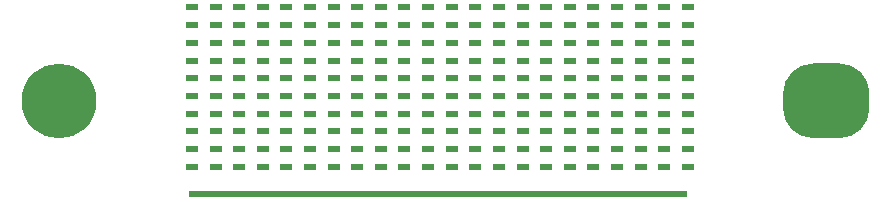
<source format=gbr>
%TF.GenerationSoftware,KiCad,Pcbnew,(5.1.10)-1*%
%TF.CreationDate,2021-05-10T16:51:06-05:00*%
%TF.ProjectId,TFPX_stencil_UNL,54465058-5f73-4746-956e-63696c5f554e,rev?*%
%TF.SameCoordinates,Original*%
%TF.FileFunction,Paste,Top*%
%TF.FilePolarity,Positive*%
%FSLAX46Y46*%
G04 Gerber Fmt 4.6, Leading zero omitted, Abs format (unit mm)*
G04 Created by KiCad (PCBNEW (5.1.10)-1) date 2021-05-10 16:51:06*
%MOMM*%
%LPD*%
G01*
G04 APERTURE LIST*
%ADD10C,6.320000*%
%ADD11R,42.200000X0.500000*%
%ADD12R,1.000000X0.500000*%
G04 APERTURE END LIST*
%TO.C,REF\u002A\u002A*%
G36*
G01*
X161810000Y-87282000D02*
X161810000Y-86018000D01*
G75*
G02*
X164338000Y-83490000I2528000J0D01*
G01*
X166602000Y-83490000D01*
G75*
G02*
X169130000Y-86018000I0J-2528000D01*
G01*
X169130000Y-87282000D01*
G75*
G02*
X166602000Y-89810000I-2528000J0D01*
G01*
X164338000Y-89810000D01*
G75*
G02*
X161810000Y-87282000I0J2528000D01*
G01*
G37*
D10*
X100470000Y-86650000D03*
D11*
X132560000Y-94560000D03*
D12*
X153760000Y-92240000D03*
X151760000Y-92240000D03*
X149760000Y-92240000D03*
X147760000Y-92240000D03*
X145760000Y-92240000D03*
X143760000Y-92240000D03*
X141760000Y-92240000D03*
X139760000Y-92240000D03*
X137760000Y-92240000D03*
X135760000Y-92240000D03*
X133760000Y-92240000D03*
X131760000Y-92240000D03*
X129760000Y-92240000D03*
X127760000Y-92240000D03*
X125760000Y-92240000D03*
X123760000Y-92240000D03*
X121760000Y-92240000D03*
X119760000Y-92240000D03*
X117760000Y-92240000D03*
X115760000Y-92240000D03*
X113760000Y-92240000D03*
X111760000Y-92240000D03*
X153760000Y-90740000D03*
X151760000Y-90740000D03*
X149760000Y-90740000D03*
X147760000Y-90740000D03*
X145760000Y-90740000D03*
X143760000Y-90740000D03*
X141760000Y-90740000D03*
X139760000Y-90740000D03*
X137760000Y-90740000D03*
X135760000Y-90740000D03*
X133760000Y-90740000D03*
X131760000Y-90740000D03*
X129760000Y-90740000D03*
X127760000Y-90740000D03*
X125760000Y-90740000D03*
X123760000Y-90740000D03*
X121760000Y-90740000D03*
X119760000Y-90740000D03*
X117760000Y-90740000D03*
X115760000Y-90740000D03*
X113760000Y-90740000D03*
X111760000Y-90740000D03*
X153760000Y-89240000D03*
X151760000Y-89240000D03*
X149760000Y-89240000D03*
X147760000Y-89240000D03*
X145760000Y-89240000D03*
X143760000Y-89240000D03*
X141760000Y-89240000D03*
X139760000Y-89240000D03*
X137760000Y-89240000D03*
X135760000Y-89240000D03*
X133760000Y-89240000D03*
X131760000Y-89240000D03*
X129760000Y-89240000D03*
X127760000Y-89240000D03*
X125760000Y-89240000D03*
X123760000Y-89240000D03*
X121760000Y-89240000D03*
X119760000Y-89240000D03*
X117760000Y-89240000D03*
X115760000Y-89240000D03*
X113760000Y-89240000D03*
X111760000Y-89240000D03*
X153760000Y-87740000D03*
X151760000Y-87740000D03*
X149760000Y-87740000D03*
X147760000Y-87740000D03*
X145760000Y-87740000D03*
X143760000Y-87740000D03*
X141760000Y-87740000D03*
X139760000Y-87740000D03*
X137760000Y-87740000D03*
X135760000Y-87740000D03*
X133760000Y-87740000D03*
X131760000Y-87740000D03*
X129760000Y-87740000D03*
X127760000Y-87740000D03*
X125760000Y-87740000D03*
X123760000Y-87740000D03*
X121760000Y-87740000D03*
X119760000Y-87740000D03*
X117760000Y-87740000D03*
X115760000Y-87740000D03*
X113760000Y-87740000D03*
X111760000Y-87740000D03*
X153760000Y-86240000D03*
X151760000Y-86240000D03*
X149760000Y-86240000D03*
X147760000Y-86240000D03*
X145760000Y-86240000D03*
X143760000Y-86240000D03*
X141760000Y-86240000D03*
X139760000Y-86240000D03*
X137760000Y-86240000D03*
X135760000Y-86240000D03*
X133760000Y-86240000D03*
X131760000Y-86240000D03*
X129760000Y-86240000D03*
X127760000Y-86240000D03*
X125760000Y-86240000D03*
X123760000Y-86240000D03*
X121760000Y-86240000D03*
X119760000Y-86240000D03*
X117760000Y-86240000D03*
X115760000Y-86240000D03*
X113760000Y-86240000D03*
X111760000Y-86240000D03*
X153760000Y-84740000D03*
X151760000Y-84740000D03*
X149760000Y-84740000D03*
X147760000Y-84740000D03*
X145760000Y-84740000D03*
X143760000Y-84740000D03*
X141760000Y-84740000D03*
X139760000Y-84740000D03*
X137760000Y-84740000D03*
X135760000Y-84740000D03*
X133760000Y-84740000D03*
X131760000Y-84740000D03*
X129760000Y-84740000D03*
X127760000Y-84740000D03*
X125760000Y-84740000D03*
X123760000Y-84740000D03*
X121760000Y-84740000D03*
X119760000Y-84740000D03*
X117760000Y-84740000D03*
X115760000Y-84740000D03*
X113760000Y-84740000D03*
X111760000Y-84740000D03*
X153760000Y-83240000D03*
X151760000Y-83240000D03*
X149760000Y-83240000D03*
X147760000Y-83240000D03*
X145760000Y-83240000D03*
X143760000Y-83240000D03*
X141760000Y-83240000D03*
X139760000Y-83240000D03*
X137760000Y-83240000D03*
X135760000Y-83240000D03*
X133760000Y-83240000D03*
X131760000Y-83240000D03*
X129760000Y-83240000D03*
X127760000Y-83240000D03*
X125760000Y-83240000D03*
X123760000Y-83240000D03*
X121760000Y-83240000D03*
X119760000Y-83240000D03*
X117760000Y-83240000D03*
X115760000Y-83240000D03*
X113760000Y-83240000D03*
X111760000Y-83240000D03*
X153760000Y-81740000D03*
X151760000Y-81740000D03*
X149760000Y-81740000D03*
X147760000Y-81740000D03*
X145760000Y-81740000D03*
X143760000Y-81740000D03*
X141760000Y-81740000D03*
X139760000Y-81740000D03*
X137760000Y-81740000D03*
X135760000Y-81740000D03*
X133760000Y-81740000D03*
X131760000Y-81740000D03*
X129760000Y-81740000D03*
X127760000Y-81740000D03*
X125760000Y-81740000D03*
X123760000Y-81740000D03*
X121760000Y-81740000D03*
X119760000Y-81740000D03*
X117760000Y-81740000D03*
X115760000Y-81740000D03*
X113760000Y-81740000D03*
X111760000Y-81740000D03*
X153760000Y-80240000D03*
X151760000Y-80240000D03*
X149760000Y-80240000D03*
X147760000Y-80240000D03*
X145760000Y-80240000D03*
X143760000Y-80240000D03*
X141760000Y-80240000D03*
X139760000Y-80240000D03*
X137760000Y-80240000D03*
X135760000Y-80240000D03*
X133760000Y-80240000D03*
X131760000Y-80240000D03*
X129760000Y-80240000D03*
X127760000Y-80240000D03*
X125760000Y-80240000D03*
X123760000Y-80240000D03*
X121760000Y-80240000D03*
X119760000Y-80240000D03*
X117760000Y-80240000D03*
X115760000Y-80240000D03*
X113760000Y-80240000D03*
X111760000Y-80240000D03*
X153760000Y-78740000D03*
X151760000Y-78740000D03*
X149760000Y-78740000D03*
X147760000Y-78740000D03*
X145760000Y-78740000D03*
X143760000Y-78740000D03*
X141760000Y-78740000D03*
X139760000Y-78740000D03*
X137760000Y-78740000D03*
X135760000Y-78740000D03*
X133760000Y-78740000D03*
X131760000Y-78740000D03*
X129760000Y-78740000D03*
X127760000Y-78740000D03*
X125760000Y-78740000D03*
X123760000Y-78740000D03*
X121760000Y-78740000D03*
X119760000Y-78740000D03*
X117760000Y-78740000D03*
X115760000Y-78740000D03*
X113760000Y-78740000D03*
X111760000Y-78740000D03*
%TD*%
M02*

</source>
